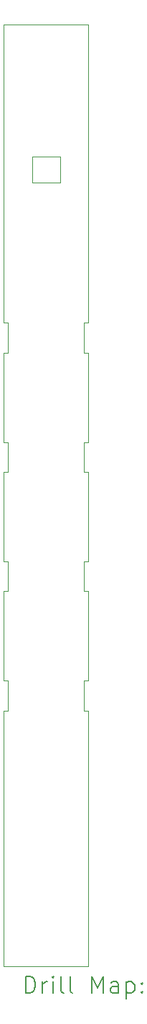
<source format=gbr>
%TF.GenerationSoftware,KiCad,Pcbnew,9.0.6*%
%TF.CreationDate,2025-12-01T21:19:55-05:00*%
%TF.ProjectId,Pico 2HP Controls,5069636f-2032-4485-9020-436f6e74726f,rev?*%
%TF.SameCoordinates,Original*%
%TF.FileFunction,Drillmap*%
%TF.FilePolarity,Positive*%
%FSLAX45Y45*%
G04 Gerber Fmt 4.5, Leading zero omitted, Abs format (unit mm)*
G04 Created by KiCad (PCBNEW 9.0.6) date 2025-12-01 21:19:55*
%MOMM*%
%LPD*%
G01*
G04 APERTURE LIST*
%ADD10C,0.050000*%
%ADD11C,0.200000*%
G04 APERTURE END LIST*
D10*
X13400000Y-9000000D02*
X13350000Y-9000000D01*
X13350000Y-10400000D02*
X13400000Y-10400000D01*
X12400000Y-15150000D02*
X12400000Y-12150000D01*
X13350000Y-7950000D02*
X13400000Y-7950000D01*
X12400000Y-12150000D02*
X12450000Y-12150000D01*
X13400000Y-15150000D02*
X12400000Y-15150000D01*
X12400000Y-4100000D02*
X13400000Y-4100000D01*
X12450000Y-12150000D02*
X12450000Y-11800000D01*
X12400000Y-10750000D02*
X12450000Y-10750000D01*
X12450000Y-9350000D02*
X12450000Y-9000000D01*
X12450000Y-7950000D02*
X12450000Y-7600000D01*
X13350000Y-10400000D02*
X13350000Y-10750000D01*
X13400000Y-4100000D02*
X13400000Y-7600000D01*
X12400000Y-9000000D02*
X12400000Y-7950000D01*
X12450000Y-10400000D02*
X12400000Y-10400000D01*
X13350000Y-9000000D02*
X13350000Y-9350000D01*
X13400000Y-10750000D02*
X13400000Y-11800000D01*
X13400000Y-7950000D02*
X13400000Y-8900000D01*
X12733000Y-5646000D02*
X13068000Y-5646000D01*
X13068000Y-5956000D01*
X12733000Y-5956000D01*
X12733000Y-5646000D01*
X13350000Y-7600000D02*
X13350000Y-7950000D01*
X13350000Y-10750000D02*
X13400000Y-10750000D01*
X12400000Y-10400000D02*
X12400000Y-9350000D01*
X13350000Y-9350000D02*
X13400000Y-9350000D01*
X12400000Y-11800000D02*
X12400000Y-10750000D01*
X13400000Y-12150000D02*
X13400000Y-15150000D01*
X12400000Y-7950000D02*
X12450000Y-7950000D01*
X13350000Y-11800000D02*
X13350000Y-12150000D01*
X13400000Y-9350000D02*
X13400000Y-10400000D01*
X13350000Y-12150000D02*
X13400000Y-12150000D01*
X12450000Y-10750000D02*
X12450000Y-10400000D01*
X12450000Y-9000000D02*
X12400000Y-9000000D01*
X12400000Y-7600000D02*
X12400000Y-4100000D01*
X12400000Y-9350000D02*
X12450000Y-9350000D01*
X12450000Y-7600000D02*
X12400000Y-7600000D01*
X13400000Y-11800000D02*
X13350000Y-11800000D01*
X13400000Y-8900000D02*
X13400000Y-9000000D01*
X13400000Y-7600000D02*
X13350000Y-7600000D01*
X12450000Y-11800000D02*
X12400000Y-11800000D01*
D11*
X12658277Y-15463984D02*
X12658277Y-15263984D01*
X12658277Y-15263984D02*
X12705896Y-15263984D01*
X12705896Y-15263984D02*
X12734467Y-15273508D01*
X12734467Y-15273508D02*
X12753515Y-15292555D01*
X12753515Y-15292555D02*
X12763039Y-15311603D01*
X12763039Y-15311603D02*
X12772562Y-15349698D01*
X12772562Y-15349698D02*
X12772562Y-15378269D01*
X12772562Y-15378269D02*
X12763039Y-15416365D01*
X12763039Y-15416365D02*
X12753515Y-15435412D01*
X12753515Y-15435412D02*
X12734467Y-15454460D01*
X12734467Y-15454460D02*
X12705896Y-15463984D01*
X12705896Y-15463984D02*
X12658277Y-15463984D01*
X12858277Y-15463984D02*
X12858277Y-15330650D01*
X12858277Y-15368746D02*
X12867801Y-15349698D01*
X12867801Y-15349698D02*
X12877324Y-15340174D01*
X12877324Y-15340174D02*
X12896372Y-15330650D01*
X12896372Y-15330650D02*
X12915420Y-15330650D01*
X12982086Y-15463984D02*
X12982086Y-15330650D01*
X12982086Y-15263984D02*
X12972562Y-15273508D01*
X12972562Y-15273508D02*
X12982086Y-15283031D01*
X12982086Y-15283031D02*
X12991610Y-15273508D01*
X12991610Y-15273508D02*
X12982086Y-15263984D01*
X12982086Y-15263984D02*
X12982086Y-15283031D01*
X13105896Y-15463984D02*
X13086848Y-15454460D01*
X13086848Y-15454460D02*
X13077324Y-15435412D01*
X13077324Y-15435412D02*
X13077324Y-15263984D01*
X13210658Y-15463984D02*
X13191610Y-15454460D01*
X13191610Y-15454460D02*
X13182086Y-15435412D01*
X13182086Y-15435412D02*
X13182086Y-15263984D01*
X13439229Y-15463984D02*
X13439229Y-15263984D01*
X13439229Y-15263984D02*
X13505896Y-15406841D01*
X13505896Y-15406841D02*
X13572562Y-15263984D01*
X13572562Y-15263984D02*
X13572562Y-15463984D01*
X13753515Y-15463984D02*
X13753515Y-15359222D01*
X13753515Y-15359222D02*
X13743991Y-15340174D01*
X13743991Y-15340174D02*
X13724943Y-15330650D01*
X13724943Y-15330650D02*
X13686848Y-15330650D01*
X13686848Y-15330650D02*
X13667801Y-15340174D01*
X13753515Y-15454460D02*
X13734467Y-15463984D01*
X13734467Y-15463984D02*
X13686848Y-15463984D01*
X13686848Y-15463984D02*
X13667801Y-15454460D01*
X13667801Y-15454460D02*
X13658277Y-15435412D01*
X13658277Y-15435412D02*
X13658277Y-15416365D01*
X13658277Y-15416365D02*
X13667801Y-15397317D01*
X13667801Y-15397317D02*
X13686848Y-15387793D01*
X13686848Y-15387793D02*
X13734467Y-15387793D01*
X13734467Y-15387793D02*
X13753515Y-15378269D01*
X13848753Y-15330650D02*
X13848753Y-15530650D01*
X13848753Y-15340174D02*
X13867801Y-15330650D01*
X13867801Y-15330650D02*
X13905896Y-15330650D01*
X13905896Y-15330650D02*
X13924943Y-15340174D01*
X13924943Y-15340174D02*
X13934467Y-15349698D01*
X13934467Y-15349698D02*
X13943991Y-15368746D01*
X13943991Y-15368746D02*
X13943991Y-15425888D01*
X13943991Y-15425888D02*
X13934467Y-15444936D01*
X13934467Y-15444936D02*
X13924943Y-15454460D01*
X13924943Y-15454460D02*
X13905896Y-15463984D01*
X13905896Y-15463984D02*
X13867801Y-15463984D01*
X13867801Y-15463984D02*
X13848753Y-15454460D01*
X14029705Y-15444936D02*
X14039229Y-15454460D01*
X14039229Y-15454460D02*
X14029705Y-15463984D01*
X14029705Y-15463984D02*
X14020182Y-15454460D01*
X14020182Y-15454460D02*
X14029705Y-15444936D01*
X14029705Y-15444936D02*
X14029705Y-15463984D01*
X14029705Y-15340174D02*
X14039229Y-15349698D01*
X14039229Y-15349698D02*
X14029705Y-15359222D01*
X14029705Y-15359222D02*
X14020182Y-15349698D01*
X14020182Y-15349698D02*
X14029705Y-15340174D01*
X14029705Y-15340174D02*
X14029705Y-15359222D01*
M02*

</source>
